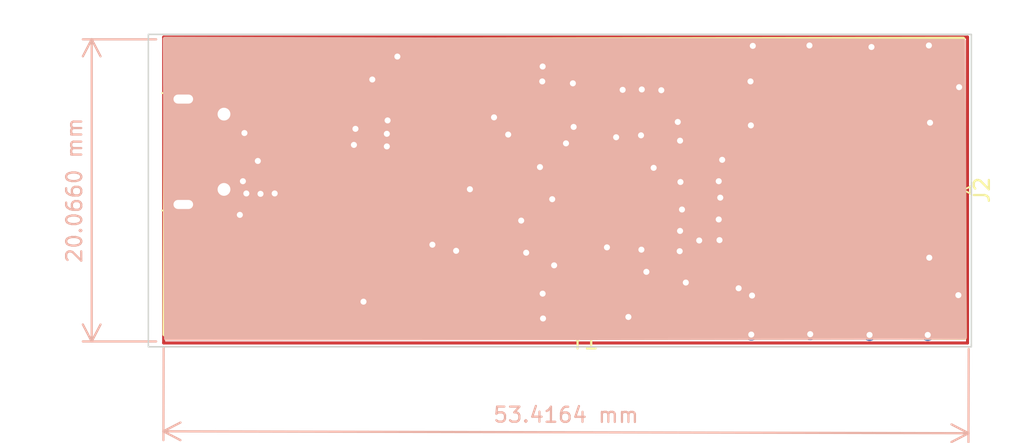
<source format=kicad_pcb>
(kicad_pcb (version 20211014) (generator pcbnew)
  (layers (0 "F.Cu" signal) (1 "In1.Cu" signal) (2 "In2.Cu" signal) (31 "B.Cu" signal) (34 "B.Paste" user) (35 "F.Paste" user) (36 "B.SilkS" user "B.Silkscreen") (37 "F.SilkS" user "F.Silkscreen") (38 "B.Mask" user) (39 "F.Mask" user) (44 "Edge.Cuts" user))
  (net 0 "")
  (net 1 "+3V3")
  (net 2 "GND")
  (net 3 "Net-(C2-Pad1)")
  (net 4 "NRF_XC1")
  (net 5 "NRF_VDD_PA")
  (net 6 "NRF_XC2")
  (net 7 "Net-(C12-Pad1)")
  (net 8 "Net-(C12-Pad2)")
  (net 9 "NRST")
  (net 10 "Net-(D1-Pad1)")
  (net 11 "Net-(D1-Pad2)")
  (net 12 "Net-(D2-Pad1)")
  (net 13 "Net-(D2-Pad2)")
  (net 14 "Net-(F1-Pad1)")
  (net 15 "+5V")
  (net 16 "Net-(FB1-Pad2)")
  (net 17 "USB_CONN_D-")
  (net 18 "USB_CONN_D+")
  (net 20 "unconnected-(J1-Pad6)")
  (net 21 "SWDIO")
  (net 22 "SWCLK")
  (net 26 "NRF_ANT1")
  (net 27 "NRF_ANT2")
  (net 28 "Net-(R1-Pad2)")
  (net 29 "Net-(R3-Pad1)")
  (net 30 "SPI3_!CS")
  (net 31 "SPI3_SCK")
  (net 32 "SPI3_MOSI")
  (net 33 "SPI3_MISO")
  (net 34 "NRF_IRQ")
  (net 35 "USB_D+")
  (net 36 "USB_D-")
  (net 51 "NRF_CE")
  (footprint "Package_TO_SOT_SMD:SOT-23" (layer "F.Cu") (at 88.9 88.9 90)
    (fp_text reference "U2")
    (fp_text value "XC6206P332MR")
  )
  (footprint "Crystal:Crystal_SMD_3225-4Pin_3.2x2.5mm" (layer "F.Cu") (at 104.14 101.6 180)
    (fp_text reference "Y1")
    (fp_text value "Crystal_GND24")
  )
  (footprint "Capacitor_SMD:C_0402_1005Metric" (layer "F.Cu") (at 114.3 93.98 90)
    (fp_text reference "C1")
    (fp_text value "10u")
  )
  (footprint "Capacitor_SMD:C_0402_1005Metric" (layer "F.Cu") (at 107.9754 88.8492 -90)
    (fp_text reference "C11")
    (fp_text value "4p7")
  )
  (footprint "Capacitor_SMD:C_0402_1005Metric" (layer "F.Cu") (at 101.6 91.44 180)
    (fp_text reference "C2")
    (fp_text value "33n")
  )
  (footprint "Package_TO_SOT_SMD:SOT-23-6" (layer "F.Cu") (at 84.9122 91.9734 180)
    (fp_text reference "U3")
    (fp_text value "USBLC6-2SC6")
  )
  (footprint "Resistor_SMD:R_0603_1608Metric" (layer "F.Cu") (at 105.1306 88.5698 -90)
    (fp_text reference "R1")
    (fp_text value "22k")
  )
  (footprint "Resistor_SMD:R_0603_1608Metric" (layer "F.Cu") (at 109.22 101.6 -90)
    (fp_text reference "R2")
    (fp_text value "1M")
  )
  (footprint "Capacitor_SMD:C_0402_1005Metric" (layer "F.Cu") (at 114.3 96.52 -90)
    (fp_text reference "C5")
    (fp_text value "10n")
  )
  (footprint "Capacitor_SMD:C_0402_1005Metric" (layer "F.Cu") (at 109.22 91.44)
    (fp_text reference "C17")
    (fp_text value "100n")
  )
  (footprint "Inductor_SMD:L_0805_2012Metric" (layer "F.Cu") (at 84.8825 86.36)
    (fp_text reference "FB1")
    (fp_text value "100 @ 100MHz")
  )
  (footprint "Inductor_SMD:L_0402_1005Metric" (layer "F.Cu") (at 111.76 91.44)
    (fp_text reference "L2")
    (fp_text value "3n9")
  )
  (footprint "Package_DFN_QFN:QFN-32-1EP_5x5mm_P0.5mm_EP3.45x3.45mm" (layer "F.Cu") (at 96.52 93.98 -90)
    (fp_text reference "U4")
    (fp_text value "STM32L432KBUx")
  )
  (footprint "Resistor_SMD:R_0603_1608Metric" (layer "F.Cu") (at 93.7392 85.0392 180)
    (fp_text reference "R4")
    (fp_text value "2k2")
  )
  (footprint "Inductor_SMD:L_0402_1005Metric" (layer "F.Cu") (at 109.22 93.98 90)
    (fp_text reference "L1")
    (fp_text value "8n2")
  )
  (footprint "Capacitor_SMD:C_0402_1005Metric" (layer "F.Cu") (at 111.76 99.06 -90)
    (fp_text reference "C14")
    (fp_text value "1u")
  )
  (footprint "Capacitor_SMD:C_0402_1005Metric" (layer "F.Cu") (at 89.2048 85.6742)
    (fp_text reference "C3")
    (fp_text value "10u")
  )
  (footprint "Capacitor_SMD:C_0402_1005Metric" (layer "F.Cu") (at 98.8594 100.7872)
    (fp_text reference "C6")
    (fp_text value "10u")
  )
  (footprint "Capacitor_SMD:C_0402_1005Metric" (layer "F.Cu") (at 107.1626 91.3384)
    (fp_text reference "C9")
    (fp_text value "2n2")
  )
  (footprint "Capacitor_SMD:C_0402_1005Metric" (layer "F.Cu") (at 109.22 99.06 90)
    (fp_text reference "C10")
    (fp_text value "12p")
  )
  (footprint "LED_SMD:LED_0603_1608Metric" (layer "F.Cu") (at 93.98 88.9 -90)
    (fp_text reference "D1")
    (fp_text value "LED")
  )
  (footprint "Connector_USB:USB_Micro-B_Molex-105017-0001" (layer "F.Cu") (at 78.74 91.44 -90)
    (fp_text reference "J1")
    (fp_text value "USB_B_Micro")
  )
  (footprint "Capacitor_SMD:C_0402_1005Metric" (layer "F.Cu") (at 111.76 93.98 90)
    (fp_text reference "C4")
    (fp_text value "10n")
  )
  (footprint "Resistor_SMD:R_0603_1608Metric" (layer "F.Cu") (at 100.2284 88.7222 90)
    (fp_text reference "R3")
    (fp_text value "10k")
  )
  (footprint "Inductor_SMD:L_0402_1005Metric" (layer "F.Cu") (at 109.22 96.52 90)
    (fp_text reference "L3")
    (fp_text value "2n7")
  )
  (footprint "Package_DFN_QFN:QFN-20-1EP_4x4mm_P0.5mm_EP2.5x2.5mm" (layer "F.Cu") (at 104.765 94.605)
    (fp_text reference "U1")
    (fp_text value "nRF24L01P")
  )
  (footprint "LED_SMD:LED_0603_1608Metric" (layer "F.Cu") (at 96.52 88.9 -90)
    (fp_text reference "D2")
    (fp_text value "LED")
  )
  (footprint "Capacitor_SMD:C_0402_1005Metric" (layer "F.Cu") (at 104.14 99.06 180)
    (fp_text reference "C8")
    (fp_text value "12p")
  )
  (footprint "Capacitor_SMD:C_0402_1005Metric" (layer "F.Cu") (at 106.68 88.9 -90)
    (fp_text reference "C16")
    (fp_text value "100n")
  )
  (footprint "Capacitor_SMD:C_0402_1005Metric" (layer "F.Cu") (at 80.5942 96.901 90)
    (fp_text reference "C18")
    (fp_text value "100n")
  )
  (footprint "Capacitor_SMD:C_0402_1005Metric" (layer "F.Cu") (at 114.3 99.06 -90)
    (fp_text reference "C7")
    (fp_text value "10n")
  )
  (footprint "Capacitor_SMD:C_0402_1005Metric" (layer "F.Cu") (at 111.76 88.9 90)
    (fp_text reference "C12")
    (fp_text value "1p5")
  )
  (footprint "Connector_PinHeader_1.27mm:PinHeader_2x05_P1.27mm_Vertical_SMD" (layer "F.Cu") (at 85.0646 98.7552 -90)
    (fp_text reference "J3")
    (fp_text value "Conn_ARM_JTAG_SWD_10")
  )
  (footprint "Resistor_SMD:R_0603_1608Metric" (layer "F.Cu") (at 99.06 86.36)
    (fp_text reference "R5")
    (fp_text value "2k2")
  )
  (footprint "Connector_Coaxial:SMA_Samtec_SMA-J-P-X-ST-EM1_EdgeMount" (layer "F.Cu") (at 127 93.98 -90)
    (fp_text reference "J2")
    (fp_text value "Conn_Coaxial")
  )
  (footprint "Capacitor_SMD:C_0402_1005Metric" (layer "F.Cu") (at 109.22 88.9 90)
    (fp_text reference "C15")
    (fp_text value "100n")
  )
  (footprint "Capacitor_SMD:C_0402_1005Metric" (layer "F.Cu") (at 114.3 91.44 90)
    (fp_text reference "C13")
    (fp_text value "1p")
  )
  (footprint "Fuse:Fuse_1206_3216Metric" (layer "F.Cu") (at 79.883 85.8266 180)
    (fp_text reference "F1")
    (fp_text value "100mA")
  )
  (gr_line (start 129.54 83.82) (end 76.2 83.82) (layer "F.Cu") (width 0.2))
  (gr_line (start 76.2 83.82) (end 76.2 104.14) (layer "F.Cu") (width 0.2))
  (gr_line (start 76.2 104.14) (end 129.54 104.14) (layer "F.Cu") (width 0.2))
  (gr_line (start 129.54 104.14) (end 129.54 83.82) (layer "F.Cu") (width 0.2))
  (gr_rect (start 75.184 83.6422) (end 129.794 104.394) (layer "Edge.Cuts") (width 0.1) (fill none))
  (gr_text "ABHISHEK ANAND\nPCB PROJECT \nRF TRANSCEIVER" (at 118.4656 88.7476) (layer "B.SilkS") (effects (font (size 1.5 1.5) (thickness 0.3)) (justify mirror)))
  (gr_text "Tx" (at 93.9038 86.9696) (layer "F.SilkS") (effects (font (size 1 1) (thickness 0.2))))
  (gr_text "Rx" (at 96.3168 86.8172) (layer "F.SilkS") (effects (font (size 1 1) (thickness 0.2))))
  (gr_text "SWD" (at 78.994 101.2444) (layer "F.SilkS") (effects (font (size 1.5 1.5) (thickness 0.3))))
  (gr_text "STRF" (at 97.8154 102.4128) (layer "F.SilkS") (effects (font (size 1.5 1.5) (thickness 0.3))))
  (dimension (type aligned) (layer "B.SilkS") (pts (xy 76.2 103.9114) (xy 129.6162 104.0384)) (height 6.096949) (gr_text "53.4164 mm" (at 102.896338 108.921835 359.8637763) (layer "B.SilkS") (effects (font (size 1 1) (thickness 0.15)))) (format (units 3) (units_format 1) (precision 4)) (style (thickness 0.15) (arrow_length 1.27) (text_position_mode 0) (extension_height 0.58642) (extension_offset 0.5) keep_text_aligned))
  (dimension (type aligned) (layer "B.SilkS") (pts (xy 76.2 83.9724) (xy 76.2 104.0384)) (height 4.7752) (gr_text "20.0660 mm" (at 70.2748 94.0054 90) (layer "B.SilkS") (effects (font (size 1 1) (thickness 0.15)))) (format (units 3) (units_format 1) (precision 4)) (style (thickness 0.15) (arrow_length 1.27) (text_position_mode 0) (extension_height 0.58642) (extension_offset 0.5) keep_text_aligned))
  (segment (start 98.3794 100.7872) (end 98.3794 100.02) (width 0.25) (layer "F.Cu") (net 1))
  (segment (start 110.9446 95.2754) (end 111.76 94.46) (width 0.25) (layer "F.Cu") (net 1))
  (segment (start 108.74 91.031) (end 110.3122 89.4588) (width 0.25) (layer "F.Cu") (net 1))
  (segment (start 98.3794 100.02) (end 100.2538 98.1456) (width 0.25) (layer "F.Cu") (net 1))
  (segment (start 111.7346 97.3328) (end 112.9818 98.58) (width 0.25) (layer "F.Cu") (net 1))
  (segment (start 96.27 91.057672) (end 96.878272 90.4494) (width 0.25) (layer "F.Cu") (net 1))
  (segment (start 96.878272 90.4494) (end 97.3836 90.4494) (width 0.25) (layer "F.Cu") (net 1))
  (segment (start 111.224 98.044) (end 111.76 98.58) (width 0.25) (layer "F.Cu") (net 1))
  (segment (start 104.765 92.071954) (end 104.765 92.6675) (width 0.25) (layer "F.Cu") (net 1))
  (segment (start 114.272 94.488) (end 114.3 94.46) (width 0.25) (layer "F.Cu") (net 1))
  (segment (start 89.85 89.8375) (end 90.5995 89.8375) (width 0.25) (layer "F.Cu") (net 1))
  (segment (start 98.27 91.5425) (end 98.27 89.3038) (width 0.25) (layer "F.Cu") (net 1))
  (segment (start 113.03 95.9358) (end 114.1958 95.9358) (width 0.25) (layer "F.Cu") (net 1))
  (segment (start 104.2792 86.8934) (end 105.1306 87.7448) (width 0.25) (layer "F.Cu") (net 1))
  (segment (start 106.6546 88.3946) (end 106.68 88.42) (width 0.25) (layer "F.Cu") (net 1))
  (segment (start 106.7025 93.4775) (end 108.74 91.44) (width 0.25) (layer "F.Cu") (net 1))
  (segment (start 103.327917 98.1456) (end 100.2538 98.1456) (width 0.25) (layer "F.Cu") (net 1))
  (segment (start 106.7025 93.605) (end 106.7025 93.4775) (width 0.25) (layer "F.Cu") (net 1))
  (segment (start 104.265 96.5425) (end 104.265 97.208517) (width 0.25) (layer "F.Cu") (net 1))
  (segment (start 89.408 98.6086) (end 89.408 101.346) (width 0.25) (layer "F.Cu") (net 1))
  (segment (start 91.059 89.3572) (end 91.059 91.0336) (width 0.25) (layer "F.Cu") (net 1))
  (segment (start 108.74 91.44) (end 108.74 91.031) (width 0.25) (layer "F.Cu") (net 1))
  (segment (start 114.1958 95.9358) (end 114.3 96.04) (width 0.25) (layer "F.Cu") (net 1))
  (segment (start 113.1316 94.488) (end 114.272 94.488) (width 0.25) (layer "F.Cu") (net 1))
  (segment (start 97.3836 90.4494) (end 98.1202 89.7128) (width 0.25) (layer "F.Cu") (net 1))
  (segment (start 94.77 97.183) (end 95.6056 98.0186) (width 0.25) (layer "F.Cu") (net 1))
  (segment (start 102.8954 90.8812) (end 103.574246 90.8812) (width 0.25) (layer "F.Cu") (net 1))
  (segment (start 110.2334 89.38) (end 110.3122 89.4588) (width 0.25) (layer "F.Cu") (net 1))
  (segment (start 96.27 91.5425) (end 96.27 91.057672) (width 0.25) (layer "F.Cu") (net 1))
  (segment (start 87.6046 96.8052) (end 89.408 98.6086) (width 0.25) (layer "F.Cu") (net 1))
  (segment (start 91.059 91.0336) (end 91.0082 91.0844) (width 0.25) (layer "F.Cu") (net 1))
  (segment (start 98.1202 89.7128) (end 98.1202 89.154) (width 0.25) (layer "F.Cu") (net 1))
  (segment (start 90.5995 89.8375) (end 91.0082 90.2462) (width 0.25) (layer "F.Cu") (net 1))
  (segment (start 112.9818 98.58) (end 114.3 98.58) (width 0.25) (layer "F.Cu") (net 1))
  (segment (start 89.408 101.346) (end 89.4588 101.3968) (width 0.25) (layer "F.Cu") (net 1))
  (segment (start 109.22 89.38) (end 110.2334 89.38) (width 0.25) (layer "F.Cu") (net 1))
  (segment (start 103.574246 90.8812) (end 104.765 92.071954) (width 0.25) (layer "F.Cu") (net 1))
  (segment (start 103.3526 86.8934) (end 104.2792 86.8934) (width 0.25) (layer "F.Cu") (net 1))
  (segment (start 104.265 97.208517) (end 103.327917 98.1456) (width 0.25) (layer "F.Cu") (net 1))
  (segment (start 94.77 96.4175) (end 94.77 97.183) (width 0.25) (layer "F.Cu") (net 1))
  (segment (start 110.5916 95.2754) (end 110.9446 95.2754) (width 0.25) (layer "F.Cu") (net 1))
  (segment (start 110.4392 98.044) (end 111.224 98.044) (width 0.25) (layer "F.Cu") (net 1))
  (segment (start 90.5787 89.8375) (end 91.059 89.3572) (width 0.25) (layer "F.Cu") (net 1))
  (segment (start 98.27 89.3038) (end 98.1202 89.154) (width 0.25) (layer "F.Cu") (net 1))
  (segment (start 89.85 89.8375) (end 90.5787 89.8375) (width 0.25) (layer "F.Cu") (net 1))
  (segment (start 106.6546 87.3252) (end 106.6546 88.3946) (width 0.25) (layer "F.Cu") (net 1))
  (via (at 98.1202 89.154) (size 0.8) (drill 0.4) (layers "F.Cu" "B.Cu") (net 1))
  (via (at 91.0082 91.0844) (size 0.8) (drill 0.4) (layers "F.Cu" "B.Cu") (net 1))
  (via (at 110.5916 95.2754) (size 0.8) (drill 0.4) (layers "F.Cu" "B.Cu") (net 1))
  (via (at 102.8954 90.8812) (size 0.8) (drill 0.4) (layers "F.Cu" "B.Cu") (net 1))
  (via (at 106.6546 87.3252) (size 0.8) (drill 0.4) (layers "F.Cu" "B.Cu") (net 1))
  (via (at 100.2538 98.1456) (size 0.8) (drill 0.4) (layers "F.Cu" "B.Cu") (net 1))
  (via (at 95.6056 98.0186) (size 0.8) (drill 0.4) (layers "F.Cu" "B.Cu") (net 1))
  (via (at 89.4588 101.3968) (size 0.8) (drill 0.4) (layers "F.Cu" "B.Cu") (net 1))
  (via (at 111.7346 97.3328) (size 0.8) (drill 0.4) (layers "F.Cu" "B.Cu") (net 1))
  (via (at 103.3526 86.8934) (size 0.8) (drill 0.4) (layers "F.Cu" "B.Cu") (net 1))
  (via (at 110.3122 89.4588) (size 0.8) (drill 0.4) (layers "F.Cu" "B.Cu") (net 1))
  (via (at 91.059 89.3572) (size 0.8) (drill 0.4) (layers "F.Cu" "B.Cu") (net 1))
  (via (at 91.0082 90.2462) (size 0.8) (drill 0.4) (layers "F.Cu" "B.Cu") (net 1))
  (via (at 113.03 95.9358) (size 0.8) (drill 0.4) (layers "F.Cu" "B.Cu") (net 1))
  (via (at 110.4392 98.044) (size 0.8) (drill 0.4) (layers "F.Cu" "B.Cu") (net 1))
  (via (at 113.1316 94.488) (size 0.8) (drill 0.4) (layers "F.Cu" "B.Cu") (net 1))
  (segment (start 115.1636 89.6874) (end 115.1636 84.5312) (width 0.25) (layer "F.Cu") (net 2))
  (segment (start 101.3206 86.805) (end 100.2284 87.8972) (width 0.25) (layer "F.Cu") (net 2))
  (segment (start 94.0825 95.73) (end 94.0825 97.5605) (width 0.25) (layer "F.Cu") (net 2))
  (segment (start 85.0646 95.7072) (end 85.0646 96.8052) (width 0.25) (layer "F.Cu") (net 2))
  (segment (start 101.2698 100.7872) (end 101.346 100.8634) (width 0.25) (layer "F.Cu") (net 2))
  (segment (start 111.7066 93.4466) (end 111.76 93.5) (width 0.25) (layer "F.Cu") (net 2))
  (segment (start 106.68 90.0176) (end 106.68 89.38) (width 0.25) (layer "F.Cu") (net 2))
  (segment (start 104.765 97.344235) (end 104.765 96.5425) (width 0.25) (layer "F.Cu") (net 2))
  (segment (start 99.06 90.297) (end 99.06 92.1275) (width 0.25) (layer "F.Cu") (net 2))
  (segment (start 94.0825 97.5605) (end 94.0308 97.6122) (width 0.25) (layer "F.Cu") (net 2))
  (segment (start 106.7025 94.105) (end 107.162328 94.105) (width 0.25) (layer "F.Cu") (net 2))
  (segment (start 85.365168 91.9734) (end 84.76172 92.576848) (width 0.25) (layer "F.Cu") (net 2))
  (segment (start 107.9754 87.3506) (end 107.9246 87.2998) (width 0.25) (layer "F.Cu") (net 2))
  (segment (start 115.189 101.0412) (end 115.2398 100.9904) (width 0.25) (layer "F.Cu") (net 2))
  (segment (start 81.6864 94.2086) (end 83.566 94.2086) (width 0.25) (layer "F.Cu") (net 2))
  (segment (start 80.6775 92.74) (end 81.252011 93.314511) (width 0.25) (layer "F.Cu") (net 2))
  (segment (start 127.0508 89.5096) (end 127.0508 91.1042) (width 0.25) (layer "F.Cu") (net 2))
  (segment (start 99.3394 100.7872) (end 101.2698 100.7872) (width 0.25) (layer "F.Cu") (net 2))
  (segment (start 99.885 86.36) (end 100.7618 86.36) (width 0.25) (layer "F.Cu") (net 2))
  (segment (start 103.765 92.6675) (end 103.17202 92.07452) (width 0.25) (layer "F.Cu") (net 2))
  (segment (start 83.566 94.2086) (end 84.836 94.2086) (width 0.25) (layer "F.Cu") (net 2))
  (segment (start 111.4324 99.54) (end 110.8456 100.1268) (width 0.25) (layer "F.Cu") (net 2))
  (segment (start 101.54968 92.07452) (end 101.1682 92.456) (width 0.25) (layer "F.Cu") (net 2))
  (segment (start 113.9926 97.3074) (end 114.3 97) (width 0.25) (layer "F.Cu") (net 2))
  (segment (start 88.8238 90.9828) (end 88.8238 90.7113) (width 0.25) (layer "F.Cu") (net 2))
  (segment (start 115.189 103.5812) (end 115.189 101.0412) (width 0.25) (layer "F.Cu") (net 2))
  (segment (start 115.2906 84.4042) (end 126.9492 84.4042) (width 0.25) (layer "F.Cu") (net 2))
  (segment (start 84.836 94.2086) (end 86.3346 95.7072) (width 0.25) (layer "F.Cu") (net 2))
  (segment (start 126.9492 84.4042) (end 126.9746 84.3788) (width 0.25) (layer "F.Cu") (net 2))
  (segment (start 119.1006 103.5558) (end 115.2144 103.5558) (width 0.25) (layer "F.Cu") (net 2))
  (segment (start 101.346 100.8634) (end 102.9266 100.8634) (width 0.25) (layer "F.Cu") (net 2))
  (segment (start 86.3346 95.7072) (end 86.3346 96.8052) (width 0.25) (layer "F.Cu") (net 2))
  (segment (start 126.2888 103.6066) (end 123.444 103.6066) (width 0.25) (layer "F.Cu") (net 2))
  (segment (start 128.9812 87.1474) (end 128.9812 87.5792) (width 0.25) (layer "F.Cu") (net 2))
  (segment (start 81.3504 95.631) (end 82.5246 96.8052) (width 0.25) (layer "F.Cu") (net 2))
  (segment (start 81.252011 93.314511) (end 81.252011 95.763189) (width 0.25) (layer "F.Cu") (net 2))
  (segment (start 106.2228 90.4748) (end 106.2228 90.8786) (width 0.25) (layer "F.Cu") (net 2))
  (segment (start 108.5368 98.58) (end 107.8992 97.9424) (width 0.25) (layer "F.Cu") (net 2))
  (segment (start 102.9266 100.8634) (end 103.04 100.75) (width 0.25) (layer "F.Cu") (net 2))
  (segment (start 127.0508 91.1042) (end 127 91.155) (width 0.25) (layer "F.Cu") (net 2))
  (segment (start 106.2228 90.8786) (end 106.6826 91.3384) (width 0.25) (layer "F.Cu") (net 2))
  (segment (start 114.3508 100.5078) (end 114.3508 99.5908) (width 0.25) (layer "F.Cu") (net 2))
  (segment (start 99.06 92.1275) (end 98.9575 92.23) (width 0.25) (layer "F.Cu") (net 2))
  (segment (start 113.2586 91.9734) (end 114.2466 91.9734) (width 0.25) (layer "F.Cu") (net 2))
  (segment (start 100.7618 86.36) (end 101.346 85.7758) (width 0.25) (layer "F.Cu") (net 2))
  (segment (start 114.1958 93.3958) (end 114.3 93.5) (width 0.25) (layer "F.Cu") (net 2))
  (segment (start 101.12 91.44) (end 101.12 92.4078) (width 0.25) (layer "F.Cu") (net 2))
  (segment (start 102.108 98.9838) (end 103.5838 98.9838) (width 0.25) (layer "F.Cu") (net 2))
  (segment (start 106.9984 102.45) (end 107.0356 102.4128) (width 0.25) (layer "F.Cu") (net 2))
  (segment (start 127 98.4758) (end 127 96.805) (width 0.25) (layer "F.Cu") (net 2))
  (segment (start 92.838 85.1154) (end 92.9142 85.0392) (width 0.25) (layer "F.Cu") (net 2))
  (segment (start 87.95 89.8375) (end 88.8469 89.8375) (width 0.25) (layer "F.Cu") (net 2))
  (segment (start 91.7072 85.1154) (end 92.838 85.1154) (width 0.25) (layer "F.Cu") (net 2))
  (segment (start 110.4646 90.7034) (end 110.4366 90.7034) (width 0.25) (layer "F.Cu") (net 2))
  (segment (start 127 99.0346) (end 127 98.4758) (width 0.25) (layer "F.Cu") (net 2))
  (segment (start 106.2228 90.4748) (end 106.68 90.0176) (width 0.25) (layer "F.Cu") (net 2))
  (segment (start 114.3508 99.5908) (end 114.3 99.54) (width 0.25) (layer "F.Cu") (net 2))
  (segment (start 113.03 93.3958) (end 114.1958 93.3958) (width 0.25) (layer "F.Cu") (net 2))
  (segment (start 84.76172 92.576848) (end 84.76172 93.52088) (width 0.25) (layer "F.Cu") (net 2))
  (segment (start 115.2398 100.9904) (end 114.8334 100.9904) (width 0.25) (layer "F.Cu") (net 2))
  (segment (start 128.9812 87.5792) (end 127.0508 89.5096) (width 0.25) (layer "F.Cu") (net 2))
  (segment (start 114.2466 91.9734) (end 114.3 91.92) (width 0.25) (layer "F.Cu") (net 2))
  (segment (start 105.265 91.6506) (end 103.4034 89.789) (width 0.25) (layer "F.Cu") (net 2))
  (segment (start 88.8238 90.7113) (end 87.95 89.8375) (width 0.25) (layer "F.Cu") (net 2))
  (segment (start 81.252011 95.763189) (end 80.5942 96.421) (width 0.25) (layer "F.Cu") (net 2))
  (segment (start 109.22 98.58) (end 108.5368 98.58) (width 0.25) (layer "F.Cu") (net 2))
  (segment (start 84.074 94.2086) (end 83.566 94.2086) (width 0.25) (layer "F.Cu") (net 2))
  (segment (start 108.712 92.555328) (end 108.712 92.5068) (width 0.25) (layer "F.Cu") (net 2))
  (segment (start 109.22 87.3506) (end 109.22 88.42) (width 0.25) (layer "F.Cu") (net 2))
  (segment (start 103.66 99.06) (end 103.66 98.449235) (width 0.25) (layer "F.Cu") (net 2))
  (segment (start 128.9812 86.3854) (end 128.9812 87.1474) (width 0.25) (layer "F.Cu") (net 2))
  (segment (start 110.4366 90.7034) (end 109.7 91.44) (width 0.25) (layer "F.Cu") (net 2))
  (segment (start 107.9754 88.3692) (end 107.9754 87.3506) (width 0.25) (layer "F.Cu") (net 2))
  (segment (start 105.24 102.45) (end 106.9984 102.45) (width 0.25) (layer "F.Cu") (net 2))
  (segment (start 127 99.0346) (end 128.9304 100.965) (width 0.25) (layer "F.Cu") (net 2))
  (segment (start 84.76172 93.52088) (end 84.074 94.2086) (width 0.25) (layer "F.Cu") (net 2))
  (segment (start 123.444 103.6066) (end 123.0376 103.6066) (width 0.25) (layer "F.Cu") (net 2))
  (segment (start 103.66 98.449235) (end 104.765 97.344235) (width 0.25) (layer "F.Cu") (net 2))
  (segment (start 128.9304 100.965) (end 126.2888 103.6066) (width 0.25) (layer "F.Cu") (net 2))
  (segment (start 83.566 94.2086) (end 85.0646 95.7072) (width 0.25) (layer "F.Cu") (net 2))
  (segment (start 89.6848 86.2812) (end 90.043 86.6394) (width 0.25) (layer "F.Cu") (net 2))
  (segment (start 80.2025 92.74) (end 80.6775 92.74) (width 0.25) (layer "F.Cu") (net 2))
  (segment (start 103.17202 92.07452) (end 101.54968 92.07452) (width 0.25) (layer "F.Cu") (net 2))
  (segment (start 119.1514 103.6066) (end 119.1006 103.5558) (width 0.25) (layer "F.Cu") (net 2))
  (segment (start 126.9746 84.3788) (end 128.9812 86.3854) (width 0.25) (layer "F.Cu") (net 2))
  (segment (start 103.5838 98.9838) (end 103.66 99.06) (width 0.25) (layer "F.Cu") (net 2))
  (segment (start 86.0497 91.9734) (end 85.365168 91.9734) (width 0.25) (layer "F.Cu") (net 2))
  (segment (start 113.0808 97.3074) (end 113.9926 97.3074) (width 0.25) (layer "F.Cu") (net 2))
  (segment (start 123.444 103.6066) (end 119.1514 103.6066) (width 0.25) (layer "F.Cu") (net 2))
  (segment (start 88.8469 89.8375) (end 88.9254 89.916) (width 0.25) (layer "F.Cu") (net 2))
  (segment (start 111.76 99.54) (end 111.4324 99.54) (width 0.25) (layer "F.Cu") (net 2))
  (segment (start 115.1636 84.5312) (end 115.2906 84.4042) (width 0.25) (layer "F.Cu") (net 2))
  (segment (start 105.265 92.6675) (end 105.265 91.6506) (width 0.25) (layer "F.Cu") (net 2))
  (segment (start 110.49 93.4466) (end 111.7066 93.4466) (width 0.25) (layer "F.Cu") (net 2))
  (segment (start 89.6848 85.6742) (end 89.6848 86.2812) (width 0.25) (layer "F.Cu") (net 2))
  (segment (start 107.162328 94.105) (end 108.712 92.555328) (width 0.25) (layer "F.Cu") (net 2))
  (segment (start 115.2144 103.5558) (end 115.189 103.5812) (width 0.25) (layer "F.Cu") (net 2))
  (segment (start 101.3206 86.7664) (end 101.3206 86.805) (width 0.25) (layer "F.Cu") (net 2))
  (segment (start 81.2546 95.631) (end 81.3504 95.631) (width 0.25) (layer "F.Cu") (net 2))
  (segment (start 114.8334 100.9904) (end 114.3508 100.5078) (width 0.25) (layer "F.Cu") (net 2))
  (segment (start 101.12 92.4078) (end 101.1682 92.456) (width 0.25) (layer "F.Cu") (net 2))
  (via (at 102.108 98.9838) (size 0.8) (drill 0.4) (layers "F.Cu" "B.Cu") (net 2))
  (via (at 91.7072 85.1154) (size 0.8) (drill 0.4) (layers "F.Cu" "B.Cu") (net 2))
  (via (at 128.9812 87.1474) (size 0.8) (drill 0.4) (layers "F.Cu" "B.Cu") (net 2))
  (via (at 127.0508 89.5096) (size 0.8) (drill 0.4) (layers "F.Cu" "B.Cu") (net 2))
  (via (at 127 98.4758) (size 0.8) (drill 0.4) (layers "F.Cu" "B.Cu") (net 2))
  (via (at 82.6262 94.234) (size 0.8) (drill 0.4) (layers "F.Cu" "B.Cu") (net 2))
  (via (at 81.6864 94.2086) (size 0.8) (drill 0.4) (layers "F.Cu" "B.Cu") (net 2))
  (via (at 88.8238 90.9828) (size 0.8) (drill 0.4) (layers "F.Cu" "B.Cu") (net 2))
  (via (at 101.346 100.8634) (size 0.8) (drill 0.4) (layers "F.Cu" "B.Cu") (net 2))
  (via (at 123.1646 84.4804) (size 0.8) (drill 0.4) (layers "F.Cu" "B.Cu") (net 2))
  (via (at 123.0376 103.6066) (size 0.8) (drill 0.4) (layers "F.Cu" "B.Cu") (net 2))
  (via (at 114.3508 100.5078) (size 0.8) (drill 0.4) (layers "F.Cu" "B.Cu") (net 2))
  (via (at 103.4034 89.789) (size 0.8) (drill 0.4) (layers "F.Cu" "B.Cu") (net 2))
  (via (at 113.0808 97.3074) (size 0.8) (drill 0.4) (layers "F.Cu" "B.Cu") (net 2))
  (via (at 110.8456 100.1268) (size 0.8) (drill 0.4) (layers "F.Cu" "B.Cu") (net 2))
  (via (at 99.06 90.297) (size 0.8) (drill 0.4) (layers "F.Cu" "B.Cu") (net 2))
  (via (at 126.8984 103.6066) (size 0.8) (drill 0.4) (layers "F.Cu" "B.Cu") (net 2))
  (via (at 113.03 93.3958) (size 0.8) (drill 0.4) (layers "F.Cu" "B.Cu") (net 2))
  (via (at 109.22 87.3506) (size 0.8) (drill 0.4) (layers "F.Cu" "B.Cu") (net 2))
  (via (at 81.2546 95.631) (size 0.8) (drill 0.4) (layers "F.Cu" "B.Cu") (net 2))
  (via (at 115.1636 89.6874) (size 0.8) (drill 0.4) (layers "F.Cu" "B.Cu") (net 2))
  (via (at 83.566 94.2086) (size 0.8) (drill 0.4) (layers "F.Cu" "B.Cu") (net 2))
  (via (at 128.9304 100.965) (size 0.8) (drill 0.4) (layers "F.Cu" "B.Cu") (net 2))
  (via (at 115.2906 84.4042) (size 0.8) (drill 0.4) (layers "F.Cu" "B.Cu") (net 2))
  (via (at 101.3206 86.7664) (size 0.8) (drill 0.4) (layers "F.Cu" "B.Cu") (net 2))
  (via (at 113.2586 91.9734) (size 0.8) (drill 0.4) (layers "F.Cu" "B.Cu") (net 2))
  (via (at 115.1382 86.7664) (size 0.8) (drill 0.4) (layers "F.Cu" "B.Cu") (net 2))
  (via (at 94.0308 97.6122) (size 0.8) (drill 0.4) (layers "F.Cu" "B.Cu") (net 2))
  (via (at 110.49 93.4466) (size 0.8) (drill 0.4) (layers "F.Cu" "B.Cu") (net 2))
  (via (at 119.0498 84.3788) (size 0.8) (drill 0.4) (layers "F.Cu" "B.Cu") (net 2))
  (via (at 107.8992 97.9424) (size 0.8) (drill 0.4) (layers "F.Cu" "B.Cu") (net 2))
  (via (at 119.1006 103.5558) (size 0.8) (drill 0.4) (layers "F.Cu" "B.Cu") (net 2))
  (via (at 126.9746 84.3788) (size 0.8) (drill 0.4) (layers "F.Cu" "B.Cu") (net 2))
  (via (at 81.4578 93.3958) (size 0.8) (drill 0.4) (layers "F.Cu" "B.Cu") (net 2))
  (via (at 96.52 93.9292) (size 0.8) (drill 0.4) (layers "F.Cu" "B.Cu") (net 2))
  (via (at 115.189 103.5812) (size 0.8) (drill 0.4) (layers "F.Cu" "B.Cu") (net 2))
  (via (at 107.0356 102.4128) (size 0.8) (drill 0.4) (layers "F.Cu" "B.Cu") (net 2))
  (via (at 101.346 85.7758) (size 0.8) (drill 0.4) (layers "F.Cu" "B.Cu") (net 2))
  (via (at 101.1682 92.456) (size 0.8) (drill 0.4) (layers "F.Cu" "B.Cu") (net 2))
  (via (at 90.043 86.6394) (size 0.8) (drill 0.4) (layers "F.Cu" "B.Cu") (net 2))
  (via (at 107.9246 87.2998) (size 0.8) (drill 0.4) (layers "F.Cu" "B.Cu") (net 2))
  (via (at 106.2228 90.4748) (size 0.8) (drill 0.4) (layers "F.Cu" "B.Cu") (net 2))
  (via (at 115.2398 100.9904) (size 0.8) (drill 0.4) (layers "F.Cu" "B.Cu") (net 2))
  (via (at 108.712 92.5068) (size 0.8) (drill 0.4) (layers "F.Cu" "B.Cu") (net 2))
  (via (at 110.4646 90.7034) (size 0.8) (drill 0.4) (layers "F.Cu" "B.Cu") (net 2))
  (via (at 88.9254 89.916) (size 0.8) (drill 0.4) (layers "F.Cu" "B.Cu") (net 2))
  (segment (start 102.08 91.44) (end 103.497328 91.44) (width 0.25) (layer "F.Cu") (net 3))
  (segment (start 103.497328 91.44) (end 104.265 92.207672) (width 0.25) (layer "F.Cu") (net 3))
  (segment (start 104.265 92.207672) (end 104.265 92.6675) (width 0.25) (layer "F.Cu") (net 3))
  (segment (start 109.016689 100.978311) (end 109.22 100.775) (width 0.25) (layer "F.Cu") (net 4))
  (segment (start 104.62 99.06) (end 105.756986 99.06) (width 0.25) (layer "F.Cu") (net 4))
  (segment (start 104.62 100.13) (end 105.24 100.75) (width 0.25) (layer "F.Cu") (net 4))
  (segment (start 106.337711 98.479275) (end 106.337711 97.115211) (width 0.25) (layer "F.Cu") (net 4))
  (segment (start 104.62 99.06) (end 104.62 100.13) (width 0.25) (layer "F.Cu") (net 4))
  (segment (start 105.756986 99.06) (end 106.337711 98.479275) (width 0.25) (layer "F.Cu") (net 4))
  (segment (start 106.337711 97.115211) (end 105.765 96.5425) (width 0.25) (layer "F.Cu") (net 4))
  (segment (start 105.468311 100.978311) (end 109.016689 100.978311) (width 0.25) (layer "F.Cu") (net 4))
  (segment (start 105.24 100.75) (end 105.468311 100.978311) (width 0.25) (layer "F.Cu") (net 4))
  (segment (start 107.8738 91.1072) (end 107.6426 91.3384) (width 0.25) (layer "F.Cu") (net 5))
  (segment (start 107.9754 90.2462) (end 107.8738 90.3478) (width 0.25) (layer "F.Cu") (net 5))
  (segment (start 109.5272 96.6978) (end 109.22 97.005) (width 0.25) (layer "F.Cu") (net 5))
  (segment (start 107.9754 89.3292) (end 107.9754 90.2462) (width 0.25) (layer "F.Cu") (net 5))
  (segment (start 110.4646 96.6978) (end 109.5272 96.6978) (width 0.25) (layer "F.Cu") (net 5))
  (segment (start 106.7025 95.605) (end 107.7462 95.605) (width 0.25) (layer "F.Cu") (net 5))
  (segment (start 107.7462 95.605) (end 108.9152 96.774) (width 0.25) (layer "F.Cu") (net 5))
  (segment (start 107.8738 90.3478) (end 107.8738 91.1072) (width 0.25) (layer "F.Cu") (net 5))
  (via (at 110.4646 96.6978) (size 0.8) (drill 0.4) (layers "F.Cu" "B.Cu") (net 5))
  (via (at 107.8738 90.3478) (size 0.8) (drill 0.4) (layers "F.Cu" "B.Cu") (net 5))
  (segment (start 107.8738 90.3478) (end 107.8738 93.582214) (width 0.25) (layer "B.Cu") (net 5))
  (segment (start 107.8738 93.582214) (end 110.4646 96.173014) (width 0.25) (layer "B.Cu") (net 5))
  (segment (start 110.4646 96.173014) (end 110.4646 96.6978) (width 0.25) (layer "B.Cu") (net 5))
  (segment (start 105.265 96.5425) (end 105.265 97.4418) (width 0.25) (layer "F.Cu") (net 6))
  (segment (start 105.265 97.4418) (end 105.6132 97.79) (width 0.25) (layer "F.Cu") (net 6))
  (segment (start 101.3714 102.5144) (end 102.9756 102.5144) (width 0.25) (layer "F.Cu") (net 6))
  (segment (start 109.22 102.425) (end 110.121089 101.523911) (width 0.25) (layer "F.Cu") (net 6))
  (segment (start 110.121089 101.523911) (end 110.121089 100.441089) (width 0.25) (layer "F.Cu") (net 6))
  (segment (start 109.22 99.54) (end 108.3538 99.54) (width 0.25) (layer "F.Cu") (net 6))
  (segment (start 108.3538 99.54) (end 108.2294 99.4156) (width 0.25) (layer "F.Cu") (net 6))
  (segment (start 110.121089 100.441089) (end 109.22 99.54) (width 0.25) (layer "F.Cu") (net 6))
  (segment (start 102.9756 102.5144) (end 103.04 102.45) (width 0.25) (layer "F.Cu") (net 6))
  (via (at 101.3714 102.5144) (size 0.8) (drill 0.4) (layers "F.Cu" "B.Cu") (net 6))
  (via (at 108.2294 99.4156) (size 0.8) (drill 0.4) (layers "F.Cu" "B.Cu") (net 6))
  (via (at 105.6132 97.79) (size 0.8) (drill 0.4) (layers "F.Cu" "B.Cu") (net 6))
  (segment (start 106.5784 97.7646) (end 108.2294 99.4156) (width 0.25) (layer "B.Cu") (net 6))
  (segment (start 104.8766 97.7646) (end 106.5784 97.7646) (width 0.25) (layer "B.Cu") (net 6))
  (segment (start 101.3714 102.5144) (end 100.621489 101.764489) (width 0.25) (layer "B.Cu") (net 6))
  (segment (start 100.621489 99.445697) (end 102.302586 97.7646) (width 0.25) (layer "B.Cu") (net 6))
  (segment (start 100.621489 101.764489) (end 100.621489 99.445697) (width 0.25) (layer "B.Cu") (net 6))
  (segment (start 102.302586 97.7646) (end 104.8766 97.7646) (width 0.25) (layer "B.Cu") (net 6))
  (segment (start 112.245 89.865) (end 112.245 91.44) (width 0.25) (layer "F.Cu") (net 7))
  (segment (start 111.76 89.38) (end 112.245 89.865) (width 0.25) (layer "F.Cu") (net 7))
  (segment (start 111.8642 88.42) (end 111.76 88.42) (width 0.25) (layer "F.Cu") (net 8))
  (segment (start 126.8 93.98) (end 117.4242 93.98) (width 0.25) (layer "F.Cu") (net 8))
  (segment (start 117.4242 93.98) (end 111.8642 88.42) (width 0.25) (layer "F.Cu") (net 8))
  (segment (start 80.264 99.6188) (end 80.264 97.7112) (width 0.25) (layer "F.Cu") (net 9))
  (segment (start 81.3504 100.7052) (end 82.5246 100.7052) (width 0.25) (layer "F.Cu") (net 9))
  (segment (start 80.264 99.6188) (end 81.3504 100.7052) (width 0.25) (layer "F.Cu") (net 9))
  (segment (start 80.264 97.7112) (end 80.5942 97.381) (width 0.25) (layer "F.Cu") (net 9))
  (segment (start 94.3864 86.106) (end 94.5642 85.9282) (width 0.25) (layer "F.Cu") (net 10))
  (segment (start 93.98 88.1125) (end 92.6083 88.1125) (width 0.25) (layer "F.Cu") (net 10))
  (segment (start 91.821 86.106) (end 94.3864 86.106) (width 0.25) (layer "F.Cu") (net 10))
  (segment (start 91.694 86.233) (end 91.821 86.106) (width 0.25) (layer "F.Cu") (net 10))
  (segment (start 91.694 87.1982) (end 91.694 86.233) (width 0.25) (layer "F.Cu") (net 10))
  (segment (start 94.5642 85.9282) (end 94.5642 85.0392) (width 0.25) (layer "F.Cu") (net 10))
  (segment (start 92.6083 88.1125) (end 91.694 87.1982) (width 0.25) (layer "F.Cu") (net 10))
  (segment (start 93.98 92.1275) (end 94.0825 92.23) (width 0.25) (layer "F.Cu") (net 11))
  (segment (start 93.98 89.6875) (end 93.98 92.1275) (width 0.25) (layer "F.Cu") (net 11))
  (segment (start 96.52 88.075) (end 98.235 86.36) (width 0.25) (layer "F.Cu") (net 12))
  (segment (start 96.52 88.1125) (end 96.52 88.075) (width 0.25) (layer "F.Cu") (net 12))
  (segment (start 96.140172 89.6875) (end 94.77 91.057672) (width 0.25) (layer "F.Cu") (net 13))
  (segment (start 94.77 91.057672) (end 94.77 91.5425) (width 0.25) (layer "F.Cu") (net 13))
  (segment (start 96.52 89.6875) (end 96.140172 89.6875) (width 0.25) (layer "F.Cu") (net 13))
  (segment (start 81.283 85.8266) (end 83.2866 85.8266) (width 0.25) (layer "F.Cu") (net 14))
  (segment (start 83.2866 85.8266) (end 83.82 86.36) (width 0.25) (layer "F.Cu") (net 14))
  (segment (start 79.7275 90.14) (end 80.2025 90.14) (width 0.25) (layer "F.Cu") (net 15))
  (segment (start 83.7747 91.9734) (end 83.7747 91.8663) (width 0.25) (layer "F.Cu") (net 15))
  (segment (start 83.7747 91.8663) (end 83.7946 91.8464) (width 0.25) (layer "F.Cu") (net 15))
  (segment (start 81.5594 89.682112) (end 81.252011 89.374723) (width 0.25) (layer "F.Cu") (net 15))
  (segment (start 83.6985 92.0496) (end 83.7747 91.9734) (width 0.25) (layer "F.Cu") (net 15))
  (segment (start 80.2025 90.14) (end 81.504 90.14) (width 0.25) (layer "F.Cu") (net 15))
  (segment (start 80.2579 90.1954) (end 80.2025 90.14) (width 0.25) (layer "F.Cu") (net 15))
  (segment (start 81.252011 88.505277) (end 81.252011 89.374723) (width 0.25) (layer "F.Cu") (net 15))
  (segment (start 81.252011 88.505277) (end 78.573334 85.8266) (width 0.25) (layer "F.Cu") (net 15))
  (segment (start 78.573334 85.8266) (end 78.483 85.8266) (width 0.25) (layer "F.Cu") (net 15))
  (segment (start 82.4484 92.0496) (end 83.6985 92.0496) (width 0.25) (layer "F.Cu") (net 15))
  (segment (start 81.5594 90.1954) (end 81.5594 89.682112) (width 0.25) (layer "F.Cu") (net 15))
  (segment (start 81.504 90.14) (end 81.5594 90.1954) (width 0.25) (layer "F.Cu") (net 15))
  (via (at 82.4484 92.0496) (size 0.8) (drill 0.4) (layers "F.Cu" "B.Cu") (net 15))
  (via (at 81.5594 90.1954) (size 0.8) (drill 0.4) (layers "F.Cu" "B.Cu") (net 15))
  (segment (start 82.4484 91.0844) (end 81.5594 90.1954) (width 0.25) (layer "B.Cu") (net 15))
  (segment (start 82.4484 92.0496) (end 82.4484 91.0844) (width 0.25) (layer "B.Cu") (net 15))
  (segment (start 88.7248 87.7873) (end 88.9 87.9625) (width 0.25) (layer "F.Cu") (net 16))
  (segment (start 87.2975 86.36) (end 88.9 87.9625) (width 0.25) (layer "F.Cu") (net 16))
  (segment (start 85.945 86.36) (end 87.2975 86.36) (width 0.25) (layer "F.Cu") (net 16))
  (segment (start 88.7248 85.6742) (end 88.7248 87.7873) (width 0.25) (layer "F.Cu") (net 16))
  (segment (start 81.0775 90.79) (end 80.2025 90.79) (width 0.2) (layer "F.Cu") (net 17))
  (segment (start 81.3109 91.0234) (end 81.0775 90.79) (width 0.2) (layer "F.Cu") (net 17))
  (segment (start 83.7747 91.0234) (end 81.3109 91.0234) (width 0.2) (layer "F.Cu") (net 17))
  (segment (start 80.899 91.44) (end 80.2025 91.44) (width 0.2) (layer "F.Cu") (net 18))
  (segment (start 83.7747 92.9234) (end 82.332941 92.9234) (width 0.2) (layer "F.Cu") (net 18))
  (segment (start 81.177011 91.718011) (end 80.899 91.44) (width 0.2) (layer "F.Cu") (net 18))
  (segment (start 81.177011 91.76747) (end 81.177011 91.718011) (width 0.2) (layer "F.Cu") (net 18))
  (segment (start 82.332941 92.9234) (end 81.177011 91.76747) (width 0.2) (layer "F.Cu") (net 18))
  (segment (start 79.2025 87.94) (end 80.2025 88.94) (width 0.25) (layer "F.Cu") (net 20))
  (segment (start 80.2025 93.94) (end 78.5025 93.94) (width 0.25) (layer "F.Cu") (net 20))
  (segment (start 78.5025 93.94) (end 77.5025 94.94) (width 0.25) (layer "F.Cu") (net 20))
  (segment (start 77.5025 87.94) (end 79.2025 87.94) (width 0.25) (layer "F.Cu") (net 20))
  (segment (start 77.5025 87.94) (end 77.5025 94.94) (width 0.25) (layer "F.Cu") (net 20))
  (segment (start 93.650368 102.1552) (end 97.77 98.035568) (width 0.25) (layer "F.Cu") (net 21))
  (segment (start 87.6046 102.1552) (end 93.650368 102.1552) (width 0.25) (layer "F.Cu") (net 21))
  (segment (start 87.6046 100.7052) (end 87.6046 102.1552) (width 0.25) (layer "F.Cu") (net 21))
  (segment (start 97.77 98.035568) (end 97.77 96.4175) (width 0.25) (layer "F.Cu") (net 21))
  (segment (start 87.4154 102.616) (end 93.853 102.616) (width 0.25) (layer "F.Cu") (net 22))
  (segment (start 98.27 98.199) (end 98.27 96.4175) (width 0.25) (layer "F.Cu") (net 22))
  (segment (start 93.853 102.616) (end 98.27 98.199) (width 0.25) (layer "F.Cu") (net 22))
  (segment (start 86.3346 101.5352) (end 87.4154 102.616) (width 0.25) (layer "F.Cu") (net 22))
  (segment (start 86.3346 100.7052) (end 86.3346 101.5352) (width 0.25) (layer "F.Cu") (net 22))
  (segment (start 108.5522 95.105) (end 108.58 95.105) (width 0.25) (layer "F.Cu") (net 26))
  (segment (start 109.22 95.7728) (end 108.5522 95.105) (width 0.25) (layer "F.Cu") (net 26))
  (segment (start 106.7025 95.105) (end 108.5522 95.105) (width 0.25) (layer "F.Cu") (net 26))
  (segment (start 108.58 95.105) (end 109.22 94.465) (width 0.25) (layer "F.Cu") (net 26))
  (segment (start 109.22 96.035) (end 109.22 95.7728) (width 0.25) (layer "F.Cu") (net 26))
  (segment (start 109.202463 93.495) (end 109.22 93.495) (width 0.25) (layer "F.Cu") (net 27))
  (segment (start 111.275 91.44) (end 109.22 93.495) (width 0.25) (layer "F.Cu") (net 27))
  (segment (start 108.092463 94.605) (end 109.202463 93.495) (width 0.25) (layer "F.Cu") (net 27))
  (segment (start 106.7025 94.605) (end 108.092463 94.605) (width 0.25) (layer "F.Cu") (net 27))
  (segment (start 105.773993 92.658507) (end 105.765 92.6675) (width 0.25) (layer "F.Cu") (net 28))
  (segment (start 105.1306 90.407214) (end 105.773993 91.050607) (width 0.25) (layer "F.Cu") (net 28))
  (segment (start 105.773993 91.050607) (end 105.773993 92.658507) (width 0.25) (layer "F.Cu") (net 28))
  (segment (start 105.1306 89.3948) (end 105.1306 90.407214) (width 0.25) (layer "F.Cu") (net 28))
  (segment (start 100.2284 89.5472) (end 100.2284 92.044888) (width 0.25) (layer "F.Cu") (net 29))
  (segment (start 100.2284 92.044888) (end 99.543288 92.73) (width 0.25) (layer "F.Cu") (net 29))
  (segment (start 99.543288 92.73) (end 98.9575 92.73) (width 0.25) (layer "F.Cu") (net 29))
  (segment (start 102.225 94.105) (end 102.8275 94.105) (width 0.25) (layer "F.Cu") (net 30))
  (segment (start 98.9575 93.73) (end 101.85 93.73) (width 0.25) (layer "F.Cu") (net 30))
  (segment (start 101.85 93.73) (end 102.225 94.105) (width 0.25) (layer "F.Cu") (net 30))
  (segment (start 102.8121 94.5896) (end 102.8275 94.605) (width 0.25) (layer "F.Cu") (net 31))
  (segment (start 99.9236 96.012) (end 99.9236 95.711272) (width 0.25) (layer "F.Cu") (net 31))
  (segment (start 99.442328 95.23) (end 98.9575 95.23) (width 0.25) (layer "F.Cu") (net 31))
  (segment (start 101.981 94.5896) (end 102.8121 94.5896) (width 0.25) (layer "F.Cu") (net 31))
  (segment (start 99.9236 95.711272) (end 99.442328 95.23) (width 0.25) (layer "F.Cu") (net 31))
  (via (at 101.981 94.5896) (size 0.8) (drill 0.4) (layers "F.Cu" "B.Cu") (net 31))
  (via (at 99.9236 96.012) (size 0.8) (drill 0.4) (layers "F.Cu" "B.Cu") (net 31))
  (segment (start 99.7458 95.1738) (end 99.9871 94.9325) (width 0.25) (layer "B.Cu") (net 31))
  (segment (start 99.9236 95.504) (end 99.9236 96.012) (width 0.25) (layer "B.Cu") (net 31))
  (segment (start 99.6696 95.25) (end 99.9236 95.504) (width 0.25) (layer "B.Cu") (net 31))
  (segment (start 99.9871 94.9325) (end 99.6696 95.25) (width 0.25) (layer "B.Cu") (net 31))
  (segment (start 101.981 94.5896) (end 100.33 94.5896) (width 0.25) (layer "B.Cu") (net 31))
  (segment (start 100.33 94.5896) (end 99.9871 94.9325) (width 0.25) (layer "B.Cu") (net 31))
  (segment (start 102.3546 95.105) (end 102.8275 95.105) (width 0.25) (layer "F.Cu") (net 32))
  (segment (start 100.596786 94.23) (end 101.757097 95.390311) (width 0.25) (layer "F.Cu") (net 32))
  (segment (start 98.9575 94.23) (end 100.596786 94.23) (width 0.25) (layer "F.Cu") (net 32))
  (segment (start 102.069289 95.390311) (end 102.3546 95.105) (width 0.25) (layer "F.Cu") (net 32))
  (segment (start 101.757097 95.390311) (end 102.069289 95.390311) (width 0.25) (layer "F.Cu") (net 32))
  (segment (start 101.570899 95.839831) (end 102.592669 95.839831) (width 0.25) (layer "F.Cu") (net 33))
  (segment (start 98.9575 94.73) (end 100.461068 94.73) (width 0.25) (layer "F.Cu") (net 33))
  (segment (start 100.461068 94.73) (end 101.570899 95.839831) (width 0.25) (layer "F.Cu") (net 33))
  (segment (start 102.592669 95.839831) (end 102.8275 95.605) (width 0.25) (layer "F.Cu") (net 33))
  (segment (start 99.887414 97.0728) (end 103.765 97.0728) (width 0.25) (layer "F.Cu") (net 34))
  (segment (start 98.9575 95.73) (end 98.9575 97.7129) (width 0.25) (layer "F.Cu") (net 34))
  (segment (start 103.765 97.0728) (end 103.765 96.5425) (width 0.25) (layer "F.Cu") (net 34))
  (segment (start 98.9575 97.7129) (end 99.247314 97.7129) (width 0.25) (layer "F.Cu") (net 34))
  (segment (start 99.247314 97.7129) (end 99.887414 97.0728) (width 0.25) (layer "F.Cu") (net 34))
  (segment (start 86.0497 92.9234) (end 92.24393 99.11763) (width 0.2) (layer "F.Cu") (net 35))
  (segment (start 96.087576 99.11763) (end 97.27 97.935206) (width 0.2) (layer "F.Cu") (net 35))
  (segment (start 97.27 97.935206) (end 97.27 96.4175) (width 0.2) (layer "F.Cu") (net 35))
  (segment (start 92.24393 99.11763) (end 96.087576 99.11763) (width 0.2) (layer "F.Cu") (net 35))
  (segment (start 86.452741 91.0234) (end 94.147452 98.718111) (width 0.2) (layer "F.Cu") (net 36))
  (segment (start 95.922089 98.718111) (end 96.77 97.8702) (width 0.2) (layer "F.Cu") (net 36))
  (segment (start 86.0497 91.0234) (end 86.452741 91.0234) (width 0.2) (layer "F.Cu") (net 36))
  (segment (start 94.147452 98.718111) (end 95.922089 98.718111) (width 0.2) (layer "F.Cu") (net 36))
  (segment (start 96.77 97.8702) (end 96.77 96.4175) (width 0.2) (layer "F.Cu") (net 36))
  (segment (start 102.4525 93.23) (end 102.8275 93.605) (width 0.25) (layer "F.Cu") (net 51))
  (segment (start 98.9575 93.23) (end 102.4525 93.23) (width 0.25) (layer "F.Cu") (net 51))
  (zone (net 0) (net_name "") (layer "F.Cu") (connect_pads (clearance 0.508)) (min_thickness 0.254) (fill yes (thermal_gap 0.508) (thermal_bridge_width 0.508))
    (polygon (pts (xy 129.5146 83.9216) (xy 129.4892 83.9216) (xy 129.5146 104.013) (xy 76.3016 103.9622) (xy 76.3016 83.8708)))
  )
  (zone (net 0) (net_name "") (layer "F.Cu") (connect_pads (clearance 0.508)) (min_thickness 0.254) (fill yes (thermal_gap 0.508) (thermal_bridge_width 0.508) (smoothing chamfer))
    (polygon (pts (xy 129.5654 83.9724) (xy 129.5654 103.8352) (xy 76.4032 103.7082) (xy 76.1746 83.8454) (xy 76.1746 83.7946)))
  )
  (zone (net 0) (net_name "") (layer "B.Cu") (connect_pads (clearance 0.508)) (min_thickness 0.254) (fill yes (thermal_gap 0.508) (thermal_bridge_width 0.508) (smoothing chamfer))
    (polygon (pts (xy 114.6556 97.1804) (xy 108.3056 103.4542) (xy 106.3244 99.0854) (xy 101.7016 99.5172) (xy 102.0318 103.886) (xy 76.2762 104.0892) (xy 76.1492 83.8454) (xy 76.1238 83.8454) (xy 114.6556 83.7692)))
  )
  (zone (net 0) (net_name "") (layer "B.SilkS") (connect_pads (clearance 0.508)) (min_thickness 0.254) (fill yes (thermal_gap 0.508) (thermal_bridge_width 0.508))
    (polygon (pts (xy 129.413 83.947) (xy 129.4892 103.9114) (xy 76.2254 103.9876) (xy 76.1492 83.7946) (xy 76.2 83.7946)))
  )
  (zone (net 0) (net_name "") (layer "F.SilkS") (connect_pads (clearance 0.508)) (min_thickness 0.254) (fill yes (thermal_gap 0.508) (thermal_bridge_width 0.508) (smoothing chamfer))
    (polygon (pts (xy 129.4892 103.9368) (xy 76.1238 103.7082) (xy 76.2 83.8708) (xy 76.1492 83.8708) (xy 129.3876 83.7946)))
  )
)
</source>
